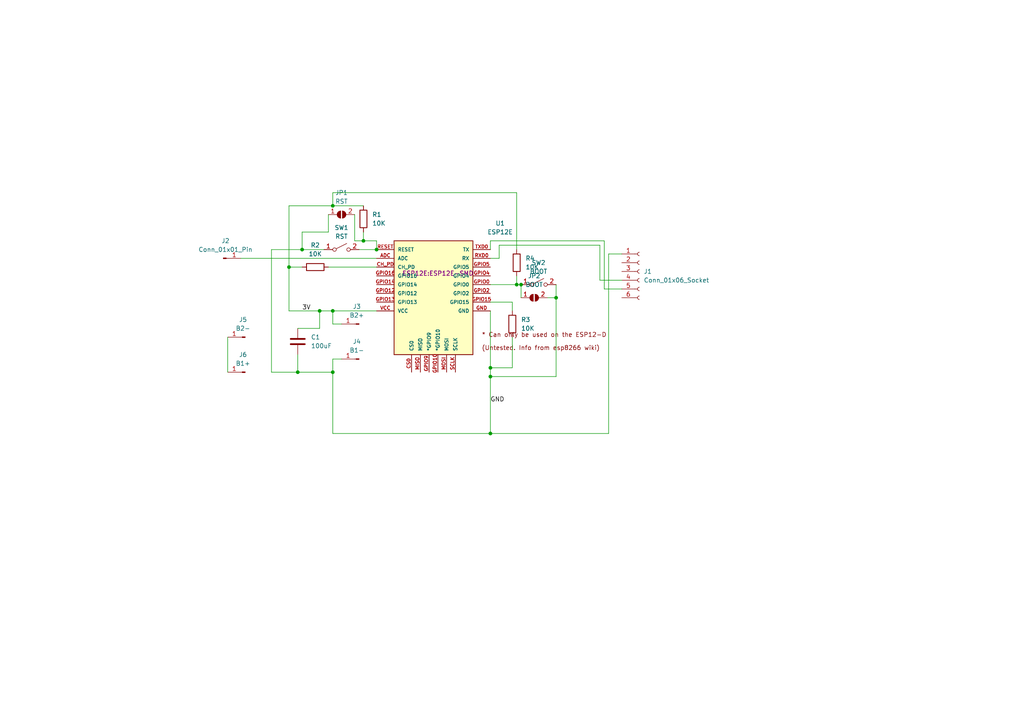
<source format=kicad_sch>
(kicad_sch (version 20231120) (generator "eeschema") (generator_version "8.0")
  (paper "A4")
  (lib_symbols
    (symbol "Connector:Conn_01x01_Pin" (pin_names (offset 1.016) hide)
      (property "Reference" "J" (at 0 2.54 0))
      (property "Value" "Conn_01x01_Pin" (at 0 -2.54 0))
      (symbol "Conn_01x01_Pin_1_1"
        (polyline (pts (xy 1.27 0) (xy 0.8636 0)) (stroke (width 0.1524)))
        (rectangle (start 0.8636 0.127) (end 0 -0.127) (stroke (width 0.1524)) (fill (type outline)))
        (pin passive line (at 5.08 0 180) (length 3.81) (name "Pin_1") (number "1"))
      )
    )
    (symbol "Connector:Conn_01x06_Socket" (pin_names (offset 1.016) hide)
      (property "Reference" "J" (at 0 7.62 0))
      (property "Value" "Conn_01x06_Socket" (at 0 -10.16 0))
      (symbol "Conn_01x06_Socket_1_1"
        (arc (start 0 -7.112) (mid -0.5058 -7.62) (end 0 -8.128) (stroke (width 0.1524)))
        (arc (start 0 -4.572) (mid -0.5058 -5.08) (end 0 -5.588) (stroke (width 0.1524)))
        (arc (start 0 -2.032) (mid -0.5058 -2.54) (end 0 -3.048) (stroke (width 0.1524)))
        (polyline (pts (xy -1.27 -7.62) (xy -0.508 -7.62)) (stroke (width 0.1524)))
        (polyline (pts (xy -1.27 -5.08) (xy -0.508 -5.08)) (stroke (width 0.1524)))
        (polyline (pts (xy -1.27 -2.54) (xy -0.508 -2.54)) (stroke (width 0.1524)))
        (polyline (pts (xy -1.27 0) (xy -0.508 0)) (stroke (width 0.1524)))
        (polyline (pts (xy -1.27 2.54) (xy -0.508 2.54)) (stroke (width 0.1524)))
        (polyline (pts (xy -1.27 5.08) (xy -0.508 5.08)) (stroke (width 0.1524)))
        (arc (start 0 0.508) (mid -0.5058 0) (end 0 -0.508) (stroke (width 0.1524)))
        (arc (start 0 3.048) (mid -0.5058 2.54) (end 0 2.032) (stroke (width 0.1524)))
        (arc (start 0 5.588) (mid -0.5058 5.08) (end 0 4.572) (stroke (width 0.1524)))
        (pin passive line (at -5.08 5.08 0) (length 3.81) (name "Pin_1") (number "1"))
        (pin passive line (at -5.08 2.54 0) (length 3.81) (name "Pin_2") (number "2"))
        (pin passive line (at -5.08 0 0) (length 3.81) (name "Pin_3") (number "3"))
        (pin passive line (at -5.08 -2.54 0) (length 3.81) (name "Pin_4") (number "4"))
        (pin passive line (at -5.08 -5.08 0) (length 3.81) (name "Pin_5") (number "5"))
        (pin passive line (at -5.08 -7.62 0) (length 3.81) (name "Pin_6") (number "6"))
      )
    )
    (symbol "Device:C" (pin_numbers hide) (pin_names (offset 0.254))
      (property "Reference" "C" (at 0.635 2.54 0))
      (property "Value" "C" (at 0.635 -2.54 0))
      (symbol "C_0_1"
        (polyline (pts (xy -2.032 -0.762) (xy 2.032 -0.762)) (stroke (width 0.508)))
        (polyline (pts (xy -2.032 0.762) (xy 2.032 0.762)) (stroke (width 0.508)))
      )
      (symbol "C_1_1"
        (pin passive line (at 0 3.81 270) (length 2.794) (name "~") (number "1"))
        (pin passive line (at 0 -3.81 90) (length 2.794) (name "~") (number "2"))
      )
    )
    (symbol "Device:R" (pin_numbers hide) (pin_names (offset 0))
      (property "Reference" "R" (at 2.032 0 90))
      (property "Value" "R" (at 0 0 90))
      (symbol "R_0_1"
        (rectangle (start -1.016 -2.54) (end 1.016 2.54) (stroke (width 0.254)))
      )
      (symbol "R_1_1"
        (pin passive line (at 0 3.81 270) (length 1.27) (name "~") (number "1"))
        (pin passive line (at 0 -3.81 90) (length 1.27) (name "~") (number "2"))
      )
    )
    (symbol "ESP12E:ESP12E" (pin_names (offset 1.016))
      (property "Reference" "U" (at -12.7 10.16 0))
      (property "Value" "ESP12E" (at 7.62 -25.4 0))
      (symbol "ESP12E_0_0"
        (rectangle (start -12.7 -22.86) (end 10.16 10.16) (stroke (width 0.254)) (fill (type background)))
        (text "(Untested. Info from esp8266 wiki)" (at 12.7 -21.59 0) (effects (font (size 1.27 1.27)) (justify left bottom)))
        (text "* Can only be used on the ESP12-D" (at 12.7 -17.78 0) (effects (font (size 1.27 1.27)) (justify left bottom)))
        (pin bidirectional line (at -17.78 5.08 0) (length 5.08) (name "ADC") (number "ADC"))
        (pin bidirectional line (at -17.78 2.54 0) (length 5.08) (name "CH_PD") (number "CH_PD"))
        (pin bidirectional line (at -7.62 -27.94 90) (length 5.08) (name "CS0") (number "CS0"))
        (pin bidirectional line (at 15.24 -10.16 180) (length 5.08) (name "GND") (number "GND"))
        (pin bidirectional line (at 15.24 -2.54 180) (length 5.08) (name "GPIO0") (number "GPIO0"))
        (pin bidirectional line (at 0 -27.94 90) (length 5.08) (name "*GPIO10") (number "GPIO10"))
        (pin bidirectional line (at -17.78 -5.08 0) (length 5.08) (name "GPIO12") (number "GPIO12"))
        (pin bidirectional line (at -17.78 -7.62 0) (length 5.08) (name "GPIO13") (number "GPIO13"))
        (pin bidirectional line (at -17.78 -2.54 0) (length 5.08) (name "GPIO14") (number "GPIO14"))
        (pin bidirectional line (at 15.24 -7.62 180) (length 5.08) (name "GPIO15") (number "GPIO15"))
        (pin bidirectional line (at -17.78 0 0) (length 5.08) (name "GPIO16") (number "GPIO16"))
        (pin bidirectional line (at 15.24 -5.08 180) (length 5.08) (name "GPIO2") (number "GPIO2"))
        (pin bidirectional line (at 15.24 0 180) (length 5.08) (name "GPIO4") (number "GPIO4"))
        (pin bidirectional line (at 15.24 2.54 180) (length 5.08) (name "GPIO5") (number "GPIO5"))
        (pin bidirectional line (at -2.54 -27.94 90) (length 5.08) (name "*GPIO9") (number "GPIO9"))
        (pin bidirectional line (at -5.08 -27.94 90) (length 5.08) (name "MISO") (number "MISO"))
        (pin bidirectional line (at 2.54 -27.94 90) (length 5.08) (name "MOSI") (number "MOSI"))
        (pin bidirectional line (at -17.78 7.62 0) (length 5.08) (name "RESET") (number "RESET"))
        (pin bidirectional line (at 15.24 5.08 180) (length 5.08) (name "RX") (number "RXD0"))
        (pin bidirectional line (at 5.08 -27.94 90) (length 5.08) (name "SCLK") (number "SCLK"))
        (pin bidirectional line (at 15.24 7.62 180) (length 5.08) (name "TX") (number "TXD0"))
        (pin bidirectional line (at -17.78 -10.16 0) (length 5.08) (name "VCC") (number "VCC"))
      )
    )
    (symbol "Jumper:SolderJumper_2_Open" (pin_names (offset 0) hide)
      (property "Reference" "JP" (at 0 2.032 0))
      (property "Value" "SolderJumper_2_Open" (at 0 -2.54 0))
      (symbol "SolderJumper_2_Open_0_1"
        (arc (start -0.254 1.016) (mid -1.2656 0) (end -0.254 -1.016))
        (arc (start -0.254 1.016) (mid -1.2656 0) (end -0.254 -1.016) (fill (type outline)))
        (polyline (pts (xy -0.254 1.016) (xy -0.254 -1.016)))
        (polyline (pts (xy 0.254 1.016) (xy 0.254 -1.016)))
        (arc (start 0.254 -1.016) (mid 1.2656 0) (end 0.254 1.016))
        (arc (start 0.254 -1.016) (mid 1.2656 0) (end 0.254 1.016) (fill (type outline)))
      )
      (symbol "SolderJumper_2_Open_1_1"
        (pin passive line (at -3.81 0 0) (length 2.54) (name "A") (number "1"))
        (pin passive line (at 3.81 0 180) (length 2.54) (name "B") (number "2"))
      )
    )
    (symbol "Switch:SW_SPST" (pin_names (offset 0) hide)
      (property "Reference" "SW" (at 0 3.175 0))
      (property "Value" "SW_SPST" (at 0 -2.54 0))
      (symbol "SW_SPST_0_0"
        (circle (center -2.032 0) (radius 0.508))
        (polyline (pts (xy -1.524 0.254) (xy 1.524 1.778)))
        (circle (center 2.032 0) (radius 0.508))
      )
      (symbol "SW_SPST_1_1"
        (pin passive line (at -5.08 0 0) (length 2.54) (name "A") (number "1"))
        (pin passive line (at 5.08 0 180) (length 2.54) (name "B") (number "2"))
      )
    )
  )
  (junction (at 92.71 90.17))
  (junction (at 142.24 125.73))
  (junction (at 149.86 82.55))
  (junction (at 109.22 72.39))
  (junction (at 87.63 72.39))
  (junction (at 151.13 82.55))
  (junction (at 83.82 77.47))
  (junction (at 142.24 109.22))
  (junction (at 96.52 107.95))
  (junction (at 96.52 59.69))
  (junction (at 96.52 90.17))
  (junction (at 105.41 69.85))
  (junction (at 142.24 106.68))
  (junction (at 161.29 86.36))
  (junction (at 86.36 107.95))
  (wire (pts (xy 149.86 80.01) (xy 149.86 82.55)))
  (wire (pts (xy 96.52 125.73) (xy 96.52 107.95)))
  (wire (pts (xy 142.24 109.22) (xy 142.24 125.73)))
  (wire (pts (xy 142.24 125.73) (xy 96.52 125.73)))
  (wire (pts (xy 176.53 125.73) (xy 176.53 73.66)))
  (wire (pts (xy 144.78 74.93) (xy 142.24 74.93)))
  (wire (pts (xy 161.29 86.36) (xy 161.29 109.22)))
  (wire (pts (xy 95.25 67.31) (xy 87.63 67.31)))
  (wire (pts (xy 83.82 77.47) (xy 87.63 77.47)))
  (wire (pts (xy 87.63 72.39) (xy 93.98 72.39)))
  (wire (pts (xy 173.99 81.28) (xy 173.99 71.12)))
  (wire (pts (xy 86.36 107.95) (xy 96.52 107.95)))
  (wire (pts (xy 96.52 90.17) (xy 96.52 93.98)))
  (wire (pts (xy 96.52 93.98) (xy 99.06 93.98)))
  (wire (pts (xy 158.75 86.36) (xy 161.29 86.36)))
  (wire (pts (xy 78.74 72.39) (xy 78.74 107.95)))
  (wire (pts (xy 148.59 87.63) (xy 148.59 90.17)))
  (wire (pts (xy 173.99 71.12) (xy 144.78 71.12)))
  (wire (pts (xy 175.26 69.85) (xy 142.24 69.85)))
  (wire (pts (xy 78.74 107.95) (xy 86.36 107.95)))
  (wire (pts (xy 149.86 72.39) (xy 149.86 55.88)))
  (wire (pts (xy 148.59 106.68) (xy 142.24 106.68)))
  (wire (pts (xy 142.24 106.68) (xy 142.24 109.22)))
  (wire (pts (xy 83.82 90.17) (xy 92.71 90.17)))
  (wire (pts (xy 161.29 82.55) (xy 161.29 86.36)))
  (wire (pts (xy 92.71 95.25) (xy 92.71 90.17)))
  (wire (pts (xy 87.63 67.31) (xy 87.63 72.39)))
  (wire (pts (xy 109.22 90.17) (xy 96.52 90.17)))
  (wire (pts (xy 180.34 81.28) (xy 173.99 81.28)))
  (wire (pts (xy 142.24 87.63) (xy 148.59 87.63)))
  (wire (pts (xy 175.26 83.82) (xy 175.26 69.85)))
  (wire (pts (xy 180.34 83.82) (xy 175.26 83.82)))
  (wire (pts (xy 148.59 97.79) (xy 148.59 106.68)))
  (wire (pts (xy 109.22 69.85) (xy 109.22 72.39)))
  (wire (pts (xy 142.24 69.85) (xy 142.24 72.39)))
  (wire (pts (xy 176.53 73.66) (xy 180.34 73.66)))
  (wire (pts (xy 95.25 62.23) (xy 95.25 67.31)))
  (wire (pts (xy 78.74 72.39) (xy 87.63 72.39)))
  (wire (pts (xy 86.36 102.87) (xy 86.36 107.95)))
  (wire (pts (xy 69.85 74.93) (xy 109.22 74.93)))
  (wire (pts (xy 92.71 90.17) (xy 96.52 90.17)))
  (wire (pts (xy 105.41 69.85) (xy 109.22 69.85)))
  (wire (pts (xy 102.87 62.23) (xy 102.87 69.85)))
  (wire (pts (xy 66.04 97.79) (xy 66.04 107.95)))
  (wire (pts (xy 83.82 59.69) (xy 83.82 77.47)))
  (wire (pts (xy 149.86 55.88) (xy 96.52 55.88)))
  (wire (pts (xy 105.41 67.31) (xy 105.41 69.85)))
  (wire (pts (xy 102.87 69.85) (xy 105.41 69.85)))
  (wire (pts (xy 96.52 59.69) (xy 83.82 59.69)))
  (wire (pts (xy 142.24 82.55) (xy 149.86 82.55)))
  (wire (pts (xy 142.24 90.17) (xy 142.24 106.68)))
  (wire (pts (xy 104.14 72.39) (xy 109.22 72.39)))
  (wire (pts (xy 96.52 104.14) (xy 99.06 104.14)))
  (wire (pts (xy 151.13 86.36) (xy 151.13 82.55)))
  (wire (pts (xy 105.41 59.69) (xy 96.52 59.69)))
  (wire (pts (xy 144.78 71.12) (xy 144.78 74.93)))
  (wire (pts (xy 142.24 125.73) (xy 176.53 125.73)))
  (wire (pts (xy 96.52 107.95) (xy 96.52 104.14)))
  (wire (pts (xy 96.52 55.88) (xy 96.52 59.69)))
  (wire (pts (xy 149.86 82.55) (xy 151.13 82.55)))
  (wire (pts (xy 86.36 95.25) (xy 92.71 95.25)))
  (wire (pts (xy 161.29 109.22) (xy 142.24 109.22)))
  (wire (pts (xy 109.22 77.47) (xy 95.25 77.47)))
  (wire (pts (xy 83.82 77.47) (xy 83.82 90.17)))
  (label "GND" (at 142.24 116.84 0))
  (label "3V" (at 87.63 90.17 0))
  (symbol (lib_id "Connector:Conn_01x06_Socket") (at 185.42 78.74 0) (unit 1)
    (property "Reference" "J1" (at 186.69 78.74 0) (effects (justify left)))
    (property "Value" "Conn_01x06_Socket" (at 186.69 81.28 0) (effects (justify left)))
    (property "Footprint" "Connector_PinHeader_2.54mm:PinHeader_1x06_P2.54mm_Vertical" (effects (hide yes)))
  )
  (symbol (lib_id "Device:C") (at 86.36 99.06 0) (unit 1)
    (property "Reference" "C1" (at 90.17 97.79 0) (effects (justify left)))
    (property "Value" "100uF" (at 90.17 100.33 0) (effects (justify left)))
    (property "Footprint" "Capacitor_SMD:C_0402_1005Metric_Pad0.74x0.62mm_HandSolder" (effects (hide yes)))
  )
  (symbol (lib_id "Connector:Conn_01x01_Pin") (at 64.77 74.93 0) (unit 1)
    (property "Reference" "J2" (at 65.405 69.85 0))
    (property "Value" "Conn_01x01_Pin" (at 65.405 72.39 0))
    (property "Footprint" "MountingHole:MountingHole_3.2mm_M3_DIN965_Pad" (effects (hide yes)))
  )
  (symbol (lib_id "Jumper:SolderJumper_2_Open") (at 99.06 62.23 0) (unit 1)
    (property "Reference" "JP1" (at 99.06 55.88 0))
    (property "Value" "RST" (at 99.06 58.42 0))
    (property "Footprint" "Jumper:SolderJumper-2_P1.3mm_Open_Pad1.0x1.5mm" (effects (hide yes)))
  )
  (symbol (lib_id "Jumper:SolderJumper_2_Open") (at 154.94 86.36 0) (unit 1)
    (property "Reference" "JP2" (at 154.94 80.01 0))
    (property "Value" "BOOT" (at 154.94 82.55 0))
    (property "Footprint" "Jumper:SolderJumper-2_P1.3mm_Open_Pad1.0x1.5mm" (effects (hide yes)))
  )
  (symbol (lib_id "Connector:Conn_01x01_Pin") (at 71.12 97.79 180) (unit 1)
    (property "Reference" "J5" (at 70.485 92.71 0))
    (property "Value" "B2-" (at 70.485 95.25 0))
    (property "Footprint" "Connector_PinHeader_2.54mm:PinHeader_1x01_P2.54mm_Vertical" (effects (hide yes)))
  )
  (symbol (lib_id "Switch:SW_SPST") (at 99.06 72.39 0) (unit 1)
    (property "Reference" "SW1" (at 99.06 66.04 0))
    (property "Value" "RST" (at 99.06 68.58 0))
    (property "Footprint" "Aliexpress:5mmButton" (effects (hide yes)))
  )
  (symbol (lib_id "ESP12E:ESP12E") (at 127 80.01 0) (unit 1)
    (property "Reference" "U1" (at 145.0692 64.77 0))
    (property "Value" "ESP12E" (at 145.0692 67.31 0))
    (property "Footprint" "ESP12E:ESP12E-SMD" (at 127 80.01 0) (effects (justify bottom)))
    (property "Description" "\nFLEXYPIN ADAPTER - ESP-07/ESP-12\n" (effects (hide yes)))
    (property "MF" "AI-Thinker" (effects (hide yes)))
    (property "Package" "Package" (effects (hide yes)))
    (property "Price" "None" (effects (hide yes)))
    (property "SnapEDA_Link" "https://www.snapeda.com/parts/ESP-12E/AI-Thinker/view-part/?ref=snap" (effects (hide yes)))
    (property "MP" "ESP-12E" (effects (hide yes)))
    (property "Availability" "Not in stock" (effects (hide yes)))
    (property "Check_prices" "https://www.snapeda.com/parts/ESP-12E/AI-Thinker/view-part/?ref=eda" (effects (hide yes)))
  )
  (symbol (lib_id "Connector:Conn_01x01_Pin") (at 104.14 104.14 180) (unit 1)
    (property "Reference" "J4" (at 103.505 99.06 0))
    (property "Value" "B1-" (at 103.505 101.6 0))
    (property "Footprint" "Connector_PinHeader_2.54mm:PinHeader_1x01_P2.54mm_Vertical" (effects (hide yes)))
  )
  (symbol (lib_id "Device:R") (at 149.86 76.2 180) (unit 1)
    (property "Reference" "R4" (at 152.4 74.93 0) (effects (justify right)))
    (property "Value" "10K" (at 152.4 77.47 0) (effects (justify right)))
    (property "Footprint" "Resistor_SMD:R_0603_1608Metric_Pad0.98x0.95mm_HandSolder" (effects (hide yes)))
  )
  (symbol (lib_id "Connector:Conn_01x01_Pin") (at 104.14 93.98 180) (unit 1)
    (property "Reference" "J3" (at 103.505 88.9 0))
    (property "Value" "B2+" (at 103.505 91.44 0))
    (property "Footprint" "Connector_PinHeader_2.54mm:PinHeader_1x01_P2.54mm_Vertical" (effects (hide yes)))
  )
  (symbol (lib_id "Switch:SW_SPST") (at 156.21 82.55 0) (unit 1)
    (property "Reference" "SW2" (at 156.21 76.2 0))
    (property "Value" "BOOT" (at 156.21 78.74 0))
    (property "Footprint" "Aliexpress:5mmButton" (effects (hide yes)))
  )
  (symbol (lib_id "Device:R") (at 91.44 77.47 270) (unit 1)
    (property "Reference" "R2" (at 91.44 71.12 90))
    (property "Value" "10K" (at 91.44 73.66 90))
    (property "Footprint" "Resistor_SMD:R_0603_1608Metric_Pad0.98x0.95mm_HandSolder" (effects (hide yes)))
  )
  (symbol (lib_id "Device:R") (at 105.41 63.5 180) (unit 1)
    (property "Reference" "R1" (at 107.95 62.23 0) (effects (justify right)))
    (property "Value" "10K" (at 107.95 64.77 0) (effects (justify right)))
    (property "Footprint" "Resistor_SMD:R_0603_1608Metric_Pad0.98x0.95mm_HandSolder" (effects (hide yes)))
  )
  (symbol (lib_id "Connector:Conn_01x01_Pin") (at 71.12 107.95 180) (unit 1)
    (property "Reference" "J6" (at 70.485 102.87 0))
    (property "Value" "B1+" (at 70.485 105.41 0))
    (property "Footprint" "Connector_PinHeader_2.54mm:PinHeader_1x01_P2.54mm_Vertical" (effects (hide yes)))
  )
  (symbol (lib_id "Device:R") (at 148.59 93.98 180) (unit 1)
    (property "Reference" "R3" (at 151.13 92.71 0) (effects (justify right)))
    (property "Value" "10K" (at 151.13 95.25 0) (effects (justify right)))
    (property "Footprint" "Resistor_SMD:R_0603_1608Metric_Pad0.98x0.95mm_HandSolder" (effects (hide yes)))
  )
)
</source>
